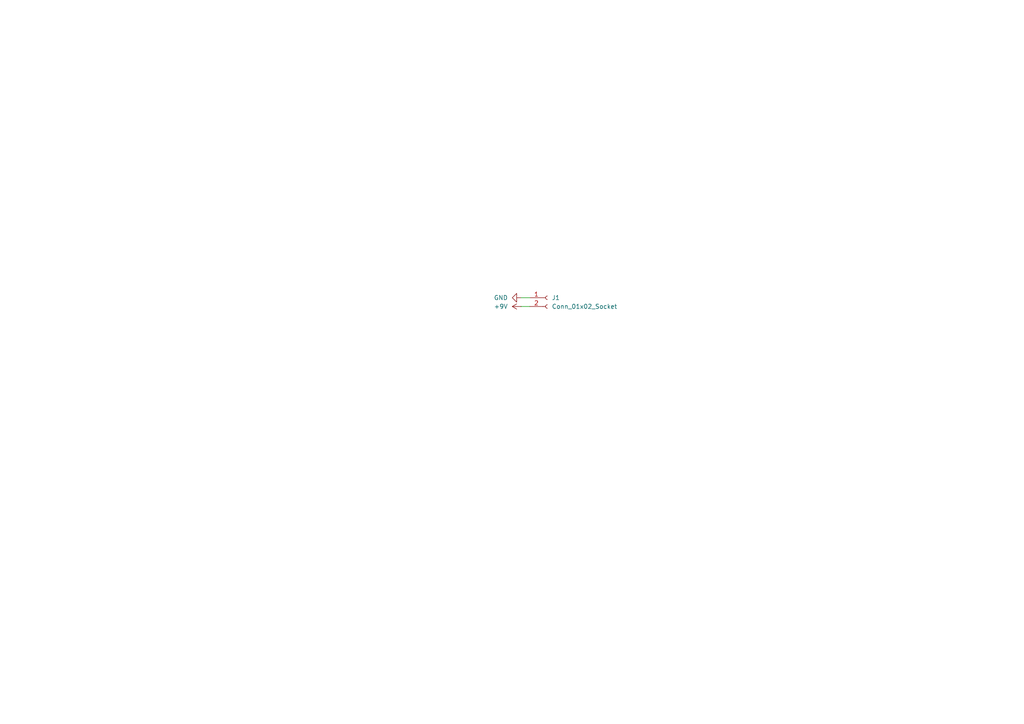
<source format=kicad_sch>
(kicad_sch (version 20231120) (generator "eeschema") (generator_version "8.0")
  (paper "A4")
  (lib_symbols
    (symbol "Connector:Conn_01x02_Socket" (pin_names (offset 1.016) hide)
      (property "Reference" "J" (at 0 2.54 0))
      (property "Value" "Conn_01x02_Socket" (at 0 -5.08 0))
      (symbol "Conn_01x02_Socket_1_1"
        (arc (start 0 -2.032) (mid -0.5058 -2.54) (end 0 -3.048) (stroke (width 0.1524)))
        (polyline (pts (xy -1.27 -2.54) (xy -0.508 -2.54)) (stroke (width 0.1524)))
        (polyline (pts (xy -1.27 0) (xy -0.508 0)) (stroke (width 0.1524)))
        (arc (start 0 0.508) (mid -0.5058 0) (end 0 -0.508) (stroke (width 0.1524)))
        (pin passive line (at -5.08 0 0) (length 3.81) (name "Pin_1") (number "1"))
        (pin passive line (at -5.08 -2.54 0) (length 3.81) (name "Pin_2") (number "2"))
      )
    )
    (symbol "power:+9V" (power) (pin_numbers hide) (pin_names (offset 0) hide)
      (property "Value" "+9V" (at 0 3.556 0))
      (symbol "+9V_0_1"
        (polyline (pts (xy -0.762 1.27) (xy 0 2.54)))
        (polyline (pts (xy 0 0) (xy 0 2.54)))
        (polyline (pts (xy 0 2.54) (xy 0.762 1.27)))
      )
      (symbol "+9V_1_1"
        (pin power_in line (at 0 0 90) (length 0) (name "~") (number "1"))
      )
    )
    (symbol "power:GND" (power) (pin_numbers hide) (pin_names (offset 0) hide)
      (property "Value" "GND" (at 0 -3.81 0))
      (symbol "GND_0_1"
        (polyline (pts (xy 0 0) (xy 0 -1.27) (xy 1.27 -1.27) (xy 0 -2.54) (xy -1.27 -1.27) (xy 0 -1.27)))
      )
      (symbol "GND_1_1"
        (pin power_in line (at 0 0 270) (length 0) (name "~") (number "1"))
      )
    )
  )
  (wire (pts (xy 151.13 86.36) (xy 153.67 86.36)))
  (wire (pts (xy 151.13 88.9) (xy 153.67 88.9)))
  (symbol (lib_id "Connector:Conn_01x02_Socket") (at 158.75 86.36 0) (unit 1)
    (property "Reference" "J1" (at 160.02 86.3599 0) (effects (justify left)))
    (property "Value" "Conn_01x02_Socket" (at 160.02 88.8999 0) (effects (justify left)))
    (property "Footprint" "Connector_AMASS:AMASS_XT30U-M_1x02_P5.0mm_Vertical" (effects (hide yes)))
    (property "Datasheet" "https://www.tme.com/Document/7d9d972ae3468777f69ec2ee99897652/XT30U-M.pdf" (effects (hide yes)))
    (property "Description" "2 PIN XT30 Male" (effects (hide yes)))
    (property "Mfr." "TME" (effects (hide yes)))
    (property "Part #" "XT30U-M" (effects (hide yes)))
    (property "Order Link" "https://www.tme.com/us/en-us/details/xt30u-m/dc-power-connectors/amass/" (effects (hide yes)))
    (property "Price" "$0.626" (effects (hide yes)))
  )
  (symbol (lib_id "power:+9V") (at 151.13 88.9 90) (unit 1)
    (property "Reference" "#PWR02" (effects (hide yes)))
    (property "Value" "+9V" (at 147.32 88.8999 90) (effects (justify left)))
    (property "Description" "Power symbol creates a global label with name \"+9V\"" (effects (hide yes)))
  )
  (symbol (lib_id "power:GND") (at 151.13 86.36 270) (unit 1)
    (property "Reference" "#PWR01" (effects (hide yes)))
    (property "Value" "GND" (at 147.32 86.3599 90) (effects (justify right)))
    (property "Description" "Power symbol creates a global label with name \"GND\" , ground" (effects (hide yes)))
  )
)
</source>
